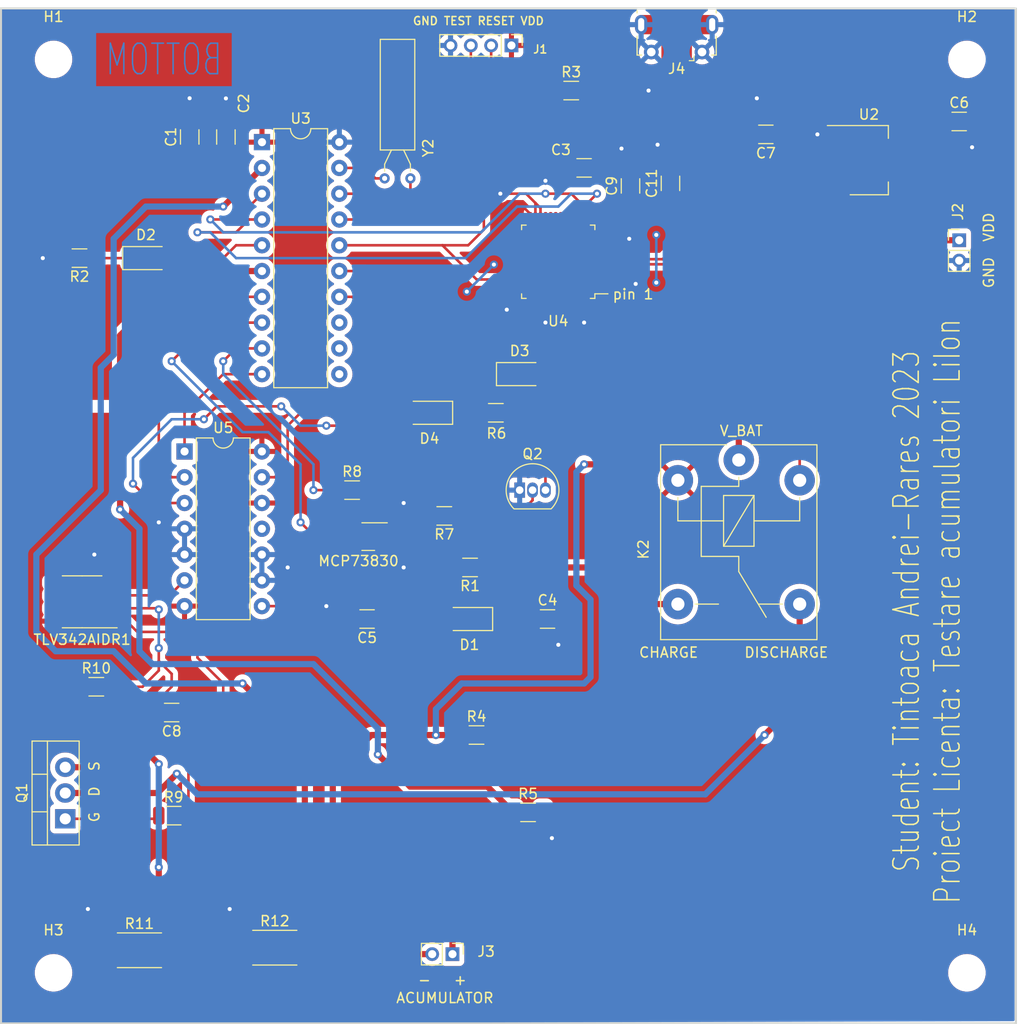
<source format=kicad_pcb>
(kicad_pcb (version 20221018) (generator pcbnew)
  (layers (0 "F.Cu" signal) (31 "B.Cu" signal) (34 "B.Paste" user) (35 "F.Paste" user) (36 "B.SilkS" user "B.Silkscreen") (37 "F.SilkS" user "F.Silkscreen") (38 "B.Mask" user) (39 "F.Mask" user) (44 "Edge.Cuts" user))
  (net 0 "")
  (net 1 "+3.3V")
  (net 2 "GND")
  (net 3 "/RESET")
  (net 4 "/CHARGE")
  (net 5 "+5V")
  (net 6 "Net-(TLV342AIDR1-1OUT)")
  (net 7 "Net-(TLV342AIDR1-1IN-)")
  (net 8 "Net-(D1-K)")
  (net 9 "Net-(D2-K)")
  (net 10 "/PW_LED")
  (net 11 "Net-(D3-A)")
  (net 12 "Net-(D4-K)")
  (net 13 "/TEST")
  (net 14 "/V_BAT")
  (net 15 "/ADC_I")
  (net 17 "/D-")
  (net 18 "/D+")
  (net 20 "/DISCHARGE")
  (net 21 "/STAT")
  (net 22 "/CHARGE_DIS")
  (net 23 "/PROG")
  (net 24 "Net-(Q1-G)")
  (net 25 "Net-(Q1-S)")
  (net 26 "Net-(Q2-B)")
  (net 27 "/ADC_V")
  (net 28 "/CHANGE_STATE")
  (net 29 "/P1W")
  (net 33 "/SCLK")
  (net 34 "/MOSI")
  (net 35 "/MISO")
  (net 36 "/CS_N")
  (net 38 "/RX")
  (net 39 "/TX")
  (net 43 "Net-(U3-P2.7{slash}XOUT)")
  (net 44 "Net-(U3-P2.6{slash}XIN{slash}TA0.1)")
  (footprint "Connector_PinHeader_2.00mm:PinHeader_1x02_P2.00mm_Vertical" (layer "F.Cu") (at 195.31 137.16 -90)
    (fp_text reference "J3")
    (fp_text value "ACUMULATOR")
  )
  (footprint "Package_TO_SOT_SMD:SOT-223-3_TabPin2" (layer "F.Cu") (at 236.347 58.928)
    (fp_text reference "U2")
    (fp_text value "AP1117-33")
  )
  (footprint "Resistor_SMD:R_1206_3216Metric" (layer "F.Cu") (at 202.7575 123.19)
    (fp_text reference "R5")
    (fp_text value "1k")
  )
  (footprint "Connector_PinHeader_2.00mm:PinHeader_1x04_P2.00mm_Vertical" (layer "F.Cu") (at 201.12 47.625 -90)
    (fp_text reference "J1")
    (fp_text value "Conn_01x04")
  )
  (footprint "Connector_USB:USB_Micro-B_Molex-105017-0001" (layer "F.Cu") (at 217.3986 46.8122 180)
    (fp_text reference "J4")
    (fp_text value "USB_B_Micro")
  )
  (footprint "Resistor_SMD:R_1206_3216Metric" (layer "F.Cu") (at 194.5025 93.98 180)
    (fp_text reference "R7")
    (fp_text value "10k")
  )
  (footprint "Package_DIP:DIP-14_W7.62mm" (layer "F.Cu") (at 168.91 87.63)
    (fp_text reference "U5")
    (fp_text value "MCP4251-xxxx-P")
  )
  (footprint "Package_SO:SOIC-8-1EP_3.9x4.9mm_P1.27mm_EP2.29x3mm" (layer "F.Cu") (at 158.815 102.445 180)
    (fp_text reference "TLV342AIDR1")
    (fp_text value "~")
  )
  (footprint "MountingHole:MountingHole_3.2mm_M3" (layer "F.Cu") (at 156 49)
    (fp_text reference "H1")
    (fp_text value "MountingHole")
  )
  (footprint "Capacitor_SMD:C_1206_3216Metric" (layer "F.Cu") (at 204.675 104.14)
    (fp_text reference "C4")
    (fp_text value "1u")
  )
  (footprint "Capacitor_SMD:C_1206_3216Metric" (layer "F.Cu") (at 226.187 56.388 180)
    (fp_text reference "C7")
    (fp_text value "10u")
  )
  (footprint "Resistor_SMD:R_1206_3216Metric" (layer "F.Cu") (at 207.01 52.07)
    (fp_text reference "R3")
    (fp_text value "100k")
  )
  (footprint "MountingHole:MountingHole_3.2mm_M3" (layer "F.Cu") (at 246 139)
    (fp_text reference "H4")
    (fp_text value "MountingHole")
  )
  (footprint "Connector_PinHeader_2.00mm:PinHeader_1x02_P2.00mm_Vertical" (layer "F.Cu") (at 245.237 66.818)
    (fp_text reference "J2")
    (fp_text value "Conn_01x02")
  )
  (footprint "Capacitor_SMD:C_1206_3216Metric" (layer "F.Cu") (at 212.852 61.468 90)
    (fp_text reference "C9")
    (fp_text value "10u")
  )
  (footprint "Resistor_SMD:R_2512_6332Metric" (layer "F.Cu") (at 177.8 136.525)
    (fp_text reference "R12")
    (fp_text value "1")
  )
  (footprint "Capacitor_SMD:C_1206_3216Metric" (layer "F.Cu") (at 208.28 59.69 180)
    (fp_text reference "C3")
    (fp_text value "1n")
  )
  (footprint "Resistor_SMD:R_1206_3216Metric" (layer "F.Cu") (at 160.2125 110.815)
    (fp_text reference "R10")
    (fp_text value "1k")
  )
  (footprint "MountingHole:MountingHole_3.2mm_M3" (layer "F.Cu") (at 156 139)
    (fp_text reference "H3")
    (fp_text value "MountingHole")
  )
  (footprint "Package_TO_SOT_THT:TO-220-3_Vertical" (layer "F.Cu") (at 157.155 123.825 90)
    (fp_text reference "Q1")
    (fp_text value "IRLB8314")
  )
  (footprint "Capacitor_SMD:C_1206_3216Metric" (layer "F.Cu") (at 169.418 56.642 90)
    (fp_text reference "C1")
    (fp_text value "10u")
  )
  (footprint "Package_DFN_QFN:TDFN-6-1EP_2.5x2.5mm_P0.65mm_EP1.3x2mm" (layer "F.Cu") (at 187.635 96.02 180)
    (fp_text reference "MCP73830")
    (fp_text value "~")
  )
  (footprint "Package_TO_SOT_THT:TO-92_Inline" (layer "F.Cu") (at 201.93 91.44)
    (fp_text reference "Q2")
    (fp_text value "2N3904" hide)
  )
  (footprint "Resistor_SMD:R_2512_6332Metric" (layer "F.Cu") (at 164.465 136.779)
    (fp_text reference "R11")
    (fp_text value "1")
  )
  (footprint "Resistor_SMD:R_1206_3216Metric" (layer "F.Cu") (at 167.8325 123.515)
    (fp_text reference "R9")
    (fp_text value "100")
  )
  (footprint "Crystal:Crystal_AT310_D3.0mm_L10.0mm_Horizontal" (layer "F.Cu") (at 191.165 60.725 180)
    (fp_text reference "Y2")
    (fp_text value "32.768KHZ")
  )
  (footprint "Package_QFP:LQFP-48_7x7mm_P0.5mm" (layer "F.Cu") (at 205.73 68.9375 180)
    (fp_text reference "U4")
    (fp_text value "FT232H")
  )
  (footprint "Capacitor_SMD:C_1206_3216Metric" (layer "F.Cu") (at 245.237 55.118)
    (fp_text reference "C6")
    (fp_text value "10u")
  )
  (footprint "Diode_SMD:D_1206_3216Metric" (layer "F.Cu") (at 201.93 80.01)
    (fp_text reference "D3")
    (fp_text value "1N4004" hide)
  )
  (footprint "Resistor_SMD:R_1206_3216Metric" (layer "F.Cu") (at 197.0425 99.06 180)
    (fp_text reference "R1")
    (fp_text value "1k")
  )
  (footprint "Capacitor_SMD:C_1206_3216Metric" (layer "F.Cu") (at 186.895 104.14 180)
    (fp_text reference "C5")
    (fp_text value "1u")
  )
  (footprint "LED_SMD:LED_1206_3216Metric" (layer "F.Cu") (at 196.98 104.14 180)
    (fp_text reference "D1")
    (fp_text value "LED")
  )
  (footprint "Capacitor_SMD:C_1206_3216Metric" (layer "F.Cu") (at 167.64 113.355 180)
    (fp_text reference "C8")
    (fp_text value "2.7n")
  )
  (footprint "Package_DIP:DIP-20_W7.62mm" (layer "F.Cu") (at 176.54 57.155)
    (fp_text reference "U3")
    (fp_text value "MSP430G2253IN20")
  )
  (footprint "LED_SMD:LED_1206_3216Metric" (layer "F.Cu") (at 193.04 83.82 180)
    (fp_text reference "D4")
    (fp_text value "LED")
  )
  (footprint "MountingHole:MountingHole_3.2mm_M3" (layer "F.Cu") (at 246 49)
    (fp_text reference "H2")
    (fp_text value "MountingHole")
  )
  (footprint "Resistor_SMD:R_1206_3216Metric" (layer "F.Cu") (at 197.6775 115.57)
    (fp_text reference "R4")
    (fp_text value "1k")
  )
  (footprint "Capacitor_SMD:C_1206_3216Metric" (layer "F.Cu") (at 216.789 61.214 90)
    (fp_text reference "C11")
    (fp_text value "100n")
  )
  (footprint "LED_SMD:LED_1206_3216Metric" (layer "F.Cu") (at 165.1 68.58)
    (fp_text reference "D2")
    (fp_text value "LED")
  )
  (footprint "Resistor_SMD:R_1206_3216Metric" (layer "F.Cu") (at 199.5825 83.82)
    (fp_text reference "R6")
    (fp_text value "1k")
  )
  (footprint "Resistor_SMD:R_1206_3216Metric" (layer "F.Cu") (at 158.5575 68.58 180)
    (fp_text reference "R2")
    (fp_text value "1k")
  )
  (footprint "Resistor_SMD:R_1206_3216Metric" (layer "F.Cu") (at 185.42 91.44)
    (fp_text reference "R8")
    (fp_text value "2k")
  )
  (footprint "Relay_THT:Relay_SPDT_Finder_36.11" (layer "F.Cu") (at 223.52 88.47 -90)
    (fp_text reference "K2")
    (fp_text value "FINDER-36.11")
  )
  (footprint "Capacitor_SMD:C_1206_3216Metric" (layer "F.Cu") (at 172.984 56.647 90)
    (fp_text reference "C2")
    (fp_text value "100n")
  )
  (gr_rect (start 150.825 43.98) (end 250.825 143.98) (stroke (width 0.2)) (fill none) (layer "Edge.Cuts"))
  (gr_text "TOP" (at 228.092 139.192) (layer "F.Cu") (effects (font (size 3 2))))
  (gr_text "BOTTOM" (at 166.878 49.022) (layer "B.Cu") (effects (font (size 3 2)) (justify mirror)))
  (gr_text "GND  VDD" (at 248.158 67.818 90) (layer "F.SilkS") (effects (font (size 1 1))))
  (gr_text "ACUMULATOR" (at 194.564 141.478) (layer "F.SilkS") (effects (font (size 1 1))))
  (gr_text "V_BAT" (at 223.774 85.598) (layer "F.SilkS") (effects (font (size 1 1))))
  (gr_text "GND TEST RESET VDD" (at 197.866 45.212) (layer "F.SilkS") (effects (font (size 0.8 0.8))))
  (gr_text "-   +" (at 194.31 139.7) (layer "F.SilkS") (effects (font (size 1 1))))
  (gr_text "CHARGE      DISCHARGE" (at 223.012 107.442) (layer "F.SilkS") (effects (font (size 1 1))))
  (gr_text "G  D  S" (at 160.02 121.158 90) (layer "F.SilkS") (effects (font (size 1 1))))
  (gr_text "Student: Tintoaca Andrei-Rares 2023\nProiect Licenta: Testare acumulatori LiIon" (at 242.062 103.378 90) (layer "F.SilkS") (effects (font (size 2.5 1.8))))
  (gr_text "pin 1" (at 213.106 72.136) (layer "F.SilkS") (effects (font (size 1 1))))
  (segment (start 201.93 63.5) (end 202.2475 63.5) (width 0.254) (layer "F.Cu") (net 1))
  (segment (start 243.762 57.863) (end 243.762 55.118) (width 0.6096) (layer "F.Cu") (net 1))
  (segment (start 213.4985 68.1875) (end 209.8925 68.1875) (width 0.254) (layer "F.Cu") (net 1))
  (segment (start 210.8955 70.6875) (end 212.725 72.517) (width 0.254) (layer "F.Cu") (net 1))
  (segment (start 209.55 76.835) (end 208.915 76.835) (width 0.254) (layer "F.Cu") (net 1))
  (segment (start 212.725 73.66) (end 215.392 70.993) (width 0.254) (layer "F.Cu") (net 1))
  (segment (start 242.697 58.928) (end 243.762 57.863) (width 0.6096) (layer "F.Cu") (net 1))
  (segment (start 211.1805 66.1875) (end 212.852 64.516) (width 0.254) (layer "F.Cu") (net 1))
  (segment (start 199.39 66.04) (end 201.93 63.5) (width 0.254) (layer "F.Cu") (net 1))
  (segment (start 215.392 66.294) (end 213.4985 68.1875) (width 0.254) (layer "F.Cu") (net 1))
  (segment (start 209.8925 66.1875) (end 211.1805 66.1875) (width 0.254) (layer "F.Cu") (net 1))
  (segment (start 207.48 74.46) (end 207.01 74.93) (width 0.254) (layer "F.Cu") (net 1))
  (segment (start 199.39 69.215) (end 199.39 66.04) (width 0.254) (layer "F.Cu") (net 1))
  (segment (start 202.975 64.2275) (end 202.975 64.77) (width 0.254) (layer "F.Cu") (net 1))
  (segment (start 212.725 73.66) (end 209.55 76.835) (width 0.254) (layer "F.Cu") (net 1))
  (segment (start 208.915 76.835) (end 207.645 76.835) (width 0.254) (layer "F.Cu") (net 1))
  (segment (start 207.01 76.2) (end 207.01 74.93) (width 0.254) (layer "F.Cu") (net 1))
  (segment (start 207.645 76.835) (end 207.01 76.2) (width 0.254) (layer "F.Cu") (net 1))
  (segment (start 207.48 73.1) (end 207.48 74.46) (width 0.254) (layer "F.Cu") (net 1))
  (segment (start 239.497 58.928) (end 242.697 58.928) (width 0.6096) (layer "F.Cu") (net 1))
  (segment (start 212.725 72.517) (end 212.725 73.66) (width 0.254) (layer "F.Cu") (net 1))
  (segment (start 202.2475 63.5) (end 202.975 64.2275) (width 0.254) (layer "F.Cu") (net 1))
  (segment (start 209.8925 70.6875) (end 210.8955 70.6875) (width 0.254) (layer "F.Cu") (net 1))
  (via (at 215.392 70.993) (size 0.8) (drill 0.4) (layers "F.Cu" "B.Cu") (net 1))
  (via (at 196.723 71.882) (size 0.8) (drill 0.4) (layers "F.Cu" "B.Cu") (net 1))
  (via (at 215.392 66.294) (size 0.8) (drill 0.4) (layers "F.Cu" "B.Cu") (net 1))
  (via (at 199.39 69.215) (size 0.8) (drill 0.4) (layers "F.Cu" "B.Cu") (net 1))
  (segment (start 199.39 69.215) (end 197.485 71.12) (width 0.254) (layer "B.Cu") (net 1))
  (segment (start 215.392 70.993) (end 215.392 66.294) (width 0.254) (layer "B.Cu") (net 1))
  (segment (start 197.485 71.12) (end 196.723 71.882) (width 0.254) (layer "B.Cu") (net 1))
  (segment (start 203.48 63.145) (end 202.565 62.23) (width 0.254) (layer "F.Cu") (net 2))
  (segment (start 216.14 48.166) (end 216.14 50.56) (width 0.254) (layer "F.Cu") (net 2))
  (segment (start 224.712 53.418) (end 225.298 52.832) (width 0.6096) (layer "F.Cu") (net 2))
  (segment (start 157.095 68.58) (end 154.94 68.58) (width 0.254) (layer "F.Cu") (net 2))
  (segment (start 204.22 123.19) (end 204.22 124.845) (width 0.6096) (layer "F.Cu") (net 2))
  (segment (start 216.789 59.739) (end 216.789 58.674) (width 0.254) (layer "F.Cu") (net 2))
  (segment (start 201.5675 71.1875) (end 201.5675 71.6875) (width 0.254) (layer "F.Cu") (net 2))
  (segment (start 204.98 73.1) (end 204.98 74.42) (width 0.254) (layer "F.Cu") (net 2))
  (segment (start 168.91 95.25) (end 168.91 97.79) (width 0.254) (layer "F.Cu") (net 2))
  (segment (start 218.3986 45.5747) (end 216.3986 45.5747) (width 0.254) (layer "F.Cu") (net 2))
  (segment (start 224.712 56.388) (end 224.712 53.418) (width 0.6096) (layer "F.Cu") (net 2))
  (segment (start 204.22 124.845) (end 205.105 125.73) (width 0.6096) (layer "F.Cu") (net 2))
  (segment (start 208.48 73.1) (end 207.98 73.1) (width 0.254) (layer "F.Cu") (net 2))
  (segment (start 201.5675 71.6875) (end 200.66 72.595) (width 0.254) (layer "F.Cu") (net 2))
  (segment (start 207.98 73.1) (end 207.98 74.63) (width 0.254) (layer "F.Cu") (net 2))
  (segment (start 209.8925 66.6875) (end 209.8925 67.1875) (width 0.254) (layer "F.Cu") (net 2))
  (segment (start 168.91 95.25) (end 167.005 95.25) (width 0.254) (layer "F.Cu") (net 2))
  (segment (start 206.15 106.27) (end 205.74 106.68) (width 0.6096) (layer "F.Cu") (net 2))
  (segment (start 231.507 56.628) (end 231.267 56.388) (width 0.254) (layer "F.Cu") (net 2))
  (segment (start 167.005 95.25) (end 166.37 94.615) (width 0.254) (layer "F.Cu") (net 2))
  (segment (start 176.53 97.79) (end 176.53 100.33) (width 0.254) (layer "F.Cu") (net 2))
  (segment (start 174.8375 136.525) (end 174.8375 134.1975) (width 0.6096) (layer "F.Cu") (net 2))
  (segment (start 216.789 58.674) (end 215.519 57.404) (width 0.254) (layer "F.Cu") (net 2))
  (segment (start 176.53 100.33) (end 177.8 100.33) (width 0.254) (layer "F.Cu") (net 2))
  (segment (start 191.77 93.98) (end 190.5 92.71) (width 0.254) (layer "F.Cu") (net 2))
  (segment (start 205.74 59.69) (end 204.47 60.96) (width 0.254) (layer "F.Cu") (net 2))
  (segment (start 203.98 63.645) (end 203.48 63.145) (width 0.254) (layer "F.Cu") (net 2))
  (segment (start 177.8 100.33) (end 179.07 99.06) (width 0.254) (layer "F.Cu") (net 2))
  (segment (start 246.712 57.453) (end 246.507 57.658) (width 0.6096) (layer "F.Cu") (net 2))
  (segment (start 206.15 104.14) (end 206.15 106.27) (width 0.6096) (layer "F.Cu") (net 2))
  (segment (start 246.712 55.118) (end 246.712 57.453) (width 0.6096) (layer "F.Cu") (net 2))
  (segment (start 206.805 59.69) (end 205.74 59.69) (width 0.254) (layer "F.Cu") (net 2))
  (segment (start 174.8375 134.1975) (end 173.355 132.715) (width 0.6096) (layer "F.Cu") (net 2))
  (segment (start 190.5 98.285) (end 190.5 99.06) (width 0.254) (layer "F.Cu") (net 2))
  (segment (start 209.8925 67.6875) (end 209.8925 67.1875) (width 0.254) (layer "F.Cu") (net 2))
  (segment (start 205.48 73.1) (end 204.98 73.1) (width 0.254) (layer "F.Cu") (net 2))
  (segment (start 212.852 58.674) (end 211.963 57.785) (width 0.254) (layer "F.Cu") (net 2))
  (segment (start 172.984 55.172) (end 172.984 52.842) (width 0.254) (layer "F.Cu") (net 2))
  (segment (start 209.8925 67.1875) (end 212.2125 67.1875) (width 0.254) (layer "F.Cu") (net 2))
  (segment (start 204.98 74.42) (end 204.47 74.93) (width 0.254) (layer "F.Cu") (net 2))
  (segment (start 193.04 93.98) (end 191.77 93.98) (width 0.254) (layer "F.Cu") (net 2))
  (segment (start 233.197 56.628) (end 231.507 56.628) (width 0.254) (layer "F.Cu") (net 2))
  (segment (start 188.885 96.67) (end 190.5 98.285) (width 0.254) (layer "F.Cu") (net 2))
  (segment (start 212.2125 67.1875) (end 212.725 66.675) (width 0.254) (layer "F.Cu") (net 2))
  (segment (start 161.29 100.54) (end 161.29 99.06) (width 0.254) (layer "F.Cu") (net 2))
  (segment (start 212.852 59.993) (end 212.852 58.674) (width 0.254) (layer "F.Cu") (net 2))
  (segment (start 161.29 99.06) (end 160.02 97.79) (width 0.254) (layer "F.Cu") (net 2))
  (segment (start 202.565 62.23) (end 200.025 62.23) (width 0.254) (layer "F.Cu") (net 2))
  (segment (start 159.385 134.6615) (end 159.385 132.715) (width 0.6096) (layer "F.Cu") (net 2))
  (segment (start 185.42 104.14) (end 184.15 104.14) (width 0.254) (layer "F.Cu") (net 2))
  (segment (start 203.48 64.775) (end 203.48 63.145) (width 0.254) (layer "F.Cu") (net 2))
  (segment (start 216.14 50.56) (end 214.63 52.07) (width 0.254) (layer "F.Cu") (net 2))
  (segment (start 169.418 55.167) (end 169.418 52.837) (width 0.254) (layer "F.Cu") (net 2))
  (segment (start 207.98 74.63) (end 208.28 74.93) (width 0.254) (layer "F.Cu") (net 2))
  (segment (start 218.3986 45.5747) (end 220.2986 45.5747) (width 0.254) (layer "F.Cu") (net 2))
  (segment (start 203.98 64.775) (end 203.98 63.645) (width 0.254) (layer "F.Cu") (net 2))
  (segment (start 161.5025 136.779) (end 159.385 134.6615) (width 0.6096) (layer "F.Cu") (net 2))
  (segment (start 212.4275 70.1875) (end 209.8925 70.1875) (width 0.254) (layer "F.Cu") (net 2))
  (segment (start 213.36 71.12) (end 212.4275 70.1875) (width 0.254) (layer "F.Cu") (net 2))
  (segment (start 214.4986 45.5747) (end 216.3986 45.5747) (width 0.254) (layer "F.Cu") (net 2))
  (segment (start 200.66 72.595) (end 200.66 73.66) (width 0.254) (layer "F.Cu") (net 2))
  (segment (start 184.15 104.14) (end 182.88 102.87) (width 0.254) (layer "F.Cu") (net 2))
  (via (at 159.385 132.715) (size 0.8) (drill 0.4) (layers "F.Cu" "B.Cu") (net 2))
  (via (at 225.298 52.832) (size 0.8) (drill 0.4) (layers "F.Cu" "B.Cu") (net 2))
  (via (at 172.984 52.842) (size 0.8) (drill 0.4) (layers "F.Cu" "B.Cu") (net 2))
  (via (at 169.408 52.827) (size 0.8) (drill 0.4) (layers "F.Cu" "B.Cu") (net 2))
  (via (at 204.47 74.93) (size 0.8) (drill 0.4) (layers "F.Cu" "B.Cu") (net 2))
  (via (at 182.88 102.87) (size 0.8) (drill 0.4) (layers "F.Cu" "B.Cu") (net 2))
  (via (at 200.66 73.66) (size 0.8) (drill 0.4) (layers "F.Cu" "B.Cu") (net 2))
  (via (at 215.519 57.404) (size 0.8) (drill 0.4) (layers "F.Cu" "B.Cu") (net 2))
  (via (at 211.963 57.785) (size 0.8) (drill 0.4) (layers "F.Cu" "B.Cu") (net 2))
  (via (at 204.47 60.96) (size 0.8) (drill 0.4) (layers "F.Cu" "B.Cu") (net 2))
  (via (at 166.37 94.615) (size 0.8) (drill 0.4) (layers "F.Cu" "B.Cu") (net 2))
  (via (at 190.5 99.06) (size 0.8) (drill 0.4) (layers "F.Cu" "B.Cu") (net 2))
  (via (at 212.725 66.675) (size 0.8) (drill 0.4) (layers "F.Cu" "B.Cu") (net 2))
  (via (at 231.267 56.388) (size 0.8) (drill 0.4) (layers "F.Cu" "B.Cu") (net 2))
  (via (at 205.74 106.68) (size 0.8) (drill 0.4) (layers "F.Cu" "B.Cu") (net 2))
  (via (at 160.02 97.79) (size 0.8) (drill 0.4) (layers "F.Cu" "B.Cu") (net 2))
  (via (at 190.5 92.71) (size 0.8) (drill 0.4) (layers "F.Cu" "B.Cu") (net 2))
  (via (at 173.355 132.715) (size 0.8) (drill 0.4) (layers "F.Cu" "B.Cu") (net 2))
  (via (at 200.025 62.23) (size 0.8) (drill 0.4) (layers "F.Cu" "B.Cu") (net 2))
  (via (at 246.507 57.658) (size 0.8) (drill 0.4) (layers "F.Cu" "B.Cu") (net 2))
  (via (at 154.94 68.58) (size 0.8) (drill 0.4) (layers "F.Cu" "B.Cu") (net 2))
  (via (at 179.07 99.06) (size 0.8) (drill 0.4) (layers "F.Cu" "B.Cu") (net 2))
  (via (at 213.36 71.12) (size 0.8) (drill 0.4) (layers "F.Cu" "B.Cu") (net 2))
  (via (at 208.28 74.93) (size 0.8) (drill 0.4) (layers "F.Cu" "B.Cu") (net 2))
  (via (at 205.105 125.73) (size 0.8) (drill 0.4) (layers "F.Cu" "B.Cu") (net 2))
  (via (at 214.63 52.07) (size 0.8) (drill 0.4) (layers "F.Cu" "B.Cu") (net 2))
  (segment (start 197.6925 70.6875) (end 201.5675 70.6875) (width 0.254) (layer "F.Cu") (net 3))
  (segment (start 198.4 65.775) (end 196.86 67.315) (width 0.254) (layer "F.Cu") (net 3))
  (segment (start 201.93 60.96) (end 204.47 58.42) (width 0.254) (layer "F.Cu") (net 3))
  (segment (start 198.4 62.23) (end 198.4 65.775) (width 0.254) (layer "F.Cu") (net 3))
  (segment (start 194.32 67.315) (end 197.6925 70.6875) (width 0.254) (layer "F.Cu") (net 3))
  (segment (start 207.01 55.88) (end 208.28 54.61) (width 0.254) (layer "F.Cu") (net 3))
  (segment (start 208.28 52.2625) (end 208.4725 52.07) (width 0.254) (layer "F.Cu") (net 3))
  (segment (start 196.86 67.315) (end 194.32 67.315) (width 0.254) (layer "F.Cu") (net 3))
  (segment (start 204.47 58.42) (end 204.47 57.15) (width 0.254) (layer "F.Cu") (net 3))
  (segment (start 209.755 58.625) (end 209.755 59.69) (width 0.254) (layer "F.Cu") (net 3))
  (segment (start 205.74 55.88) (end 207.01 57.15) (width 0.254) (layer "F.Cu") (net 3))
  (segment (start 204.47 57.15) (end 205.74 55.88) (width 0.254) (layer "F.Cu") (net 3))
  (segment (start 208.28 54.61) (end 208.28 52.2625) (width 0.254) (layer "F.Cu") (net 3))
  (segment (start 205.74 55.88) (end 207.01 55.88) (width 0.254) (layer "F.Cu") (net 3))
  (segment (start 194.32 67.315) (end 184.16 67.315) (width 0.254) (layer "F.Cu") (net 3))
  (segment (start 198.4 62.23) (end 199.67 60.96) (width 0.254) (layer "F.Cu") (net 3))
  (segment (start 207.01 57.15) (end 208.28 57.15) (width 0.254) (layer "F.Cu") (net 3))
  (segment (start 199.12 51.8) (end 204.47 57.15) (width 0.254) (layer "F.Cu") (net 3))
  (segment (start 199.67 60.96) (end 201.93 60.96) (width 0.254) (layer "F.Cu") (net 3))
  (segment (start 208.28 57.15) (end 209.755 58.625) (width 0.254) (layer "F.Cu") (net 3))
  (segment (start 199.12 47.625) (end 199.12 51.8) (width 0.254) (layer "F.Cu") (net 3))
  (segment (start 203.2 99.06) (end 200.66 96.52) (width 0.6096) (layer "F.Cu") (net 4))
  (segment (start 205.74 99.06) (end 210.185 99.06) (width 0.6096) (layer "F.Cu") (net 4))
  (segment (start 217.52 102.67) (end 213.922 102.67) (width 0.6096) (layer "F.Cu") (net 4))
  (segment (start 203.2 101.6) (end 205.74 99.06) (width 0.6096) (layer "F.Cu") (net 4))
  (segment (start 200.66 96.52) (end 191.77 96.52) (width 0.6096) (layer "F.Cu") (net 4))
  (segment (start 190.5 95.25) (end 189.005 95.25) (width 0.6096) (layer "F.Cu") (net 4))
  (segment (start 203.2 104.14) (end 203.2 101.6) (width 0.6096) (layer "F.Cu") (net 4))
  (segment (start 191.77 96.52) (end 190.5 95.25) (width 0.6096) (layer "F.Cu") (net 4))
  (segment (start 205.74 99.06) (end 203.2 99.06) (width 0.6096) (layer "F.Cu") (net 4))
  (segment (start 210.312 99.06) (end 210.185 99.06) (width 0.6096) (layer "F.Cu") (net 4))
  (segment (start 213.922 102.67) (end 210.312 99.06) (width 0.6096) (layer "F.Cu") (net 4))
  (segment (start 232.807 66.818) (end 236.617 66.818) (width 0.6096) (layer "F.Cu") (net 5))
  (segment (start 231.027 61.228) (end 233.197 61.228) (width 0.6096) (layer "F.Cu") (net 5))
  (segment (start 245.237 66.818) (end 240.522 66.818) (width 0.6096) (layer "F.Cu") (net 5))
  (segment (start 240.522 66.818) (end 237.617 69.723) (width 0.6096) (layer "F.Cu") (net 5))
  (segment (start 227.662 56.388) (end 228.727 57.453) (width 0.6096) (layer "F.Cu") (net 5))
  (segment (start 228.727 57.453) (end 228.727 58.928) (width 0.6096) (layer "F.Cu") (net 5))
  (segment (start 236.617 66.818) (end 237.617 67.818) (width 0.6096) (layer "F.Cu") (net 5))
  (segment (start 186.385 95.37) (end 184.995 93.98) (width 0.254) (layer "F.Cu") (net 5))
  (segment (start 228.727 58.928) (end 231.027 61.228) (width 0.6096) (layer "F.Cu") (net 5))
  (segment (start 237.617 67.818) (end 237.617 76.708) (width 0.6096) (layer "F.Cu") (net 5))
  (segment (start 229.997 64.008) (end 232.807 66.818) (width 0.6096) (layer "F.Cu") (net 5))
  (segment (start 229.997 62.258) (end 229.997 64.008) (width 0.6096) (layer "F.Cu") (net 5))
  (segment (start 184.995 93.98) (end 184.785 93.98) (width 0.254) (layer "F.Cu") (net 5))
  (segment (start 231.027 61.228) (end 229.997 62.258) (width 0.6096) (layer "F.Cu") (net 5))
  (segment (start 168.91 118.435) (end 168.91 113.56) (width 0.254) (layer "F.Cu") (net 6))
  (segment (start 164.255 105.41) (end 163.195 104.35) (width 0.254) (layer "F.Cu") (net 6))
  (segment (start 168.91 105.41) (end 164.255 105.41) (width 0.254) (layer "F.Cu") (net 6))
  (segment (start 170.18 106.68) (end 168.91 105.41) (width 0.254) (layer "F.Cu") (net 6))
  (segment (start 168.91 118.435) (end 172.72 114.625) (width 0.254) (layer "F.Cu") (net 6))
  (segment (start 168.91 113.56) (end 169.115 113.355) (width 0.254) (layer "F.Cu") (net 6))
  (segment (start 168.91 118.435) (end 169.295 118.82) (width 0.254) (layer "F.Cu") (net 6))
  (segment (start 170.18 107.95) (end 170.18 106.68) (width 0.254) (layer "F.Cu") (net 6))
  (segment (start 163.195 104.35) (end 161.29 104.35) (width 0.254) (layer "F.Cu") (net 6))
  (segment (start 172.72 110.49) (end 170.18 107.95) (width 0.254) (layer "F.Cu") (net 6))
  (segment (start 172.72 114.625) (end 172.72 110.49) (width 0.254) (layer "F.Cu") (net 6))
  (segment (start 169.295 118.82) (end 169.295 123.515) (width 0.254) (layer "F.Cu") (net 6))
  (segment (start 166.255 103.08) (end 166.37 103.195) (width 0.254) (layer "F.Cu") (net 7))
  (segment (start 166.37 108.275) (end 167.64 109.545) (width 0.254) (layer "F.Cu") (net 7))
  (segment (start 166.37 109.22) (end 166.37 108.275) (width 0.254) (layer "F.Cu") (net 7))
  (segment (start 164.775 110.815) (end 166.37 109.22) (width 0.254) (layer "F.Cu") (net 7))
  (segment (start 161.675 110.815) (end 164.775 110.815) (width 0.254) (layer "F.Cu") (net 7))
  (segment (start 161.29 103.08) (end 166.255 103.08) (width 0.254) (layer "F.Cu") (net 7))
  (segment (start 166.37 108.275) (end 166.37 107.005) (width 0.254) (layer "F.Cu") (net 7))
  (segment (start 166.165 112.29) (end 166.165 113.355) (width 0.254) (layer "F.Cu") (net 7))
  (segment (start 167.64 110.815) (end 166.165 112.29) (width 0.254) (layer "F.Cu") (net 7))
  (segment (start 167.64 109.545) (end 167.64 110.815) (width 0.254) (layer "F.Cu") (net 7))
  (via (at 166.37 103.195) (size 0.8) (drill 0.4) (layers "F.Cu" "B.Cu") (net 7))
  (via (at 166.37 107.005) (size 0.8) (drill 0.4) (layers "F.Cu" "B.Cu") (net 7))
  (segment (start 166.37 107.005) (end 166.37 103.195) (width 0.254) (layer "B.Cu") (net 7))
  (segment (start 198.38 99.185) (end 198.38 104.14) (width 0.254) (layer "F.Cu") (net 8))
  (segment (start 198.505 99.06) (end 198.38 99.185) (width 0.254) (layer "F.Cu") (net 8))
  (segment (start 160.02 68.58) (end 163.7 68.58) (width 0.254) (layer "F.Cu") (net 9))
  (segment (start 172.72 68.58) (end 166.5 68.58) (width 0.254) (layer "F.Cu") (net 10))
  (segment (start 173.985 67.315) (end 172.72 68.58) (width 0.254) (layer "F.Cu") (net 10))
  (segment (start 176.54 67.315) (end 173.985 67.315) (width 0.254) (layer "F.Cu") (net 10))
  (segment (start 196.98 78.61) (end 196.98 78.74) (width 0.254) (layer "F.Cu") (net 11))
  (segment (start 190.5 82.68) (end 187.96 85.22) (width 0.254) (layer "F.Cu") (net 11))
  (segment (start 203.2 76.2) (end 199.39 76.2) (width 0.254) (layer "F.Cu") (net 11))
  (segment (start 203.2 86.36) (end 204.47 87.63) (width 0.254) (layer "F.Cu") (net 11))
  (segment (start 204.47 87.63) (end 204.47 91.44) (width 0.254) (layer "F.Cu") (net 11))
  (segment (start 199.39 76.2) (end 196.98 78.61) (width 0.254) (layer "F.Cu") (net 11))
  (segment (start 200.66 86.36) (end 203.2 86.36) (width 0.254) (layer "F.Cu") (net 11))
  (segment (start 187.96 85.22) (end 187.96 86.36) (width 0.254) (layer "F.Cu") (net 11))
  (segment (start 198.12 88.9) (end 200.66 86.36) (width 0.254) (layer "F.Cu") (net 11))
  (segment (start 224.297 80.025) (end 229.52 85.248) (width 0.254) (layer "F.Cu") (net 11))
  (segment (start 203.33 80.01) (end 207.01 80.01) (width 0.254) (layer "F.Cu") (net 11))
  (segment (start 190.5 81.28) (end 193.04 78.74) (width 0.254) (layer "F.Cu") (net 11))
  (segment (start 207.025 80.025) (end 211.582 80.025) (width 0.254) (layer "F.Cu") (net 11))
  (segment (start 229.52 90.47) (end 229.52 85.248) (width 0.254) (layer "F.Cu") (net 11))
  (segment (start 187.96 86.36) (end 190.5 88.9) (width 0.254) (layer "F.Cu") (net 11))
  (segment (start 207.025 80.025) (end 203.2 76.2) (width 0.254) (layer "F.Cu") (net 11))
  (segment (start 191.64 83.82) (end 190.5 82.68) (width 0.254) (layer "F.Cu") (net 11))
  (segment (start 190.5 88.9) (end 198.12 88.9) (width 0.254) (layer "F.Cu") (net 11))
  (segment (start 211.582 80.025) (end 224.297 80.025) (width 0.254) (layer "F.Cu") (net 11))
  (segment (start 190.5 82.68) (end 190.5 81.28) (width 0.254) (layer "F.Cu") (net 11))
  (segment (start 193.04 78.74) (end 196.98 78.74) (width 0.254) (layer "F.Cu") (net 11))
  (segment (start 194.44 83.82) (end 198.12 83.82) (width 0.254) (layer "F.Cu") (net 12))
  (segment (start 197.12 61.975) (end 197.12 47.625) (width 0.254) (layer "F.Cu") (net 13))
  (segment (start 196.86 62.235) (end 197.12 61.975) (width 0.254) (layer "F.Cu") (net 13))
  (segment (start 184.16 64.775) (end 194.32 64.775) (width 0.254) (layer "F.Cu") (net 13))
  (segment (start 194.32 64.775) (end 196.86 62.235) (width 0.254) (layer "F.Cu") (net 13))
  (segment (start 187.325 131.445) (end 193.04 131.445) (width 0.6096) (layer "F.Cu") (net 14))
  (segment (start 221.615 83.82) (end 217.17 83.82) (width 0.6096) (layer "F.Cu") (net 14))
  (segment (start 212.09 88.9) (end 208.28 88.9) (width 0.6096) (layer "F.Cu") (net 14))
  (segment (start 187.325 115.57) (end 183.515 119.38) (width 0.6096) (layer "F.Cu") (net 14))
  (segment (start 183.515 127.635) (end 187.325 131.445) (width 0.6096) (layer "F.Cu") (net 14))
  (segment (start 193.675 115.57) (end 187.325 115.57) (width 0.6096) (layer "F.Cu") (net 14))
  (segment (start 223.52 85.725) (end 223.52 88.47) (width 0.6096) (layer "F.Cu") (net 14))
  (segment (start 195.31 133.715) (end 195.31 137.16) (width 0.6096) (layer "F.Cu") (net 14))
  (segment (start 223.52 85.725) (end 221.615 83.82) (width 0.6096) (layer "F.Cu") (net 14))
  (segment (start 217.17 83.82) (end 212.09 88.9) (width 0.6096) (layer "F.Cu") (net 14))
  (segment (start 193.675 115.57) (end 196.215 115.57) (width 0.6096) (layer "F.Cu") (net 14))
  (segment (start 183.515 119.38) (end 183.515 127.635) (width 0.6096) (layer "F.Cu") (net 14))
  (segment (start 193.04 131.445) (end 195.31 133.715) (width 0.6096) (layer "F.Cu") (net 14))
  (via (at 208.28 88.9) (size 0.8) (drill 0.4) (layers "F.Cu" "B.Cu") (net 14))
  (via (at 193.675 115.57) (size 0.8) (drill 0.4) (layers "F.Cu" "B.Cu") (net 14))
  (segment (start 207.518 89.662) (end 207.518 100.838) (width 0.6096) (layer "B.Cu") (net 14))
  (segment (start 208.28 110.49) (end 196.215 110.49) (width 0.6096) (layer "B.Cu") (net 14))
  (segment (start 208.915 109.855) (end 208.28 110.49) (width 0.6096) (layer "B.Cu") (net 14))
  (segment (start 208.28 88.9) (end 207.518 89.662) (width 0.6096) (layer "B.Cu") (net 14))
  (segment (start 196.215 110.49) (end 193.675 113.03) (width 0.6096) (layer "B.Cu") (net 14))
  (segment (start 208.915 102.235) (end 208.915 109.855) (width 0.6096) (layer "B.Cu") (net 14))
  (segment (start 193.675 113.03) (end 193.675 115.57) (width 0.6096) (layer "B.Cu") (net 14))
  (segment (start 207.518 100.838) (end 208.915 102.235) (width 0.6096) (layer "B.Cu") (net 14))
  (segment (start 180.7625 132.08) (end 180.7625 132.1215) (width 0.6096) (layer "F.Cu") (net 15))
  (segment (start 180.7625 132.1215) (end 185.801 137.16) (width 0.6096) (layer "F.Cu") (net 15))
  (segment (start 185.801 137.16) (end 193.31 137.16) (width 0.6096) (layer "F.Cu") (net 15))
  (segment (start 180.7625 132.08) (end 180.7625 136.525) (width 0.6096) (layer "F.Cu") (net 15))
  (segment (start 176.54 59.695) (end 172.735 63.5) (width 0.6096) (layer "F.Cu") (net 15))
  (segment (start 180.7625 116.6275) (end 180.7625 132.08) (width 0.6096) (layer "F.Cu") (net 15))
  (segment (start 174.625 110.49) (end 180.7625 116.6275) (width 0.6096) (layer "F.Cu") (net 15))
  (via (at 174.625 110.49) (size 0.8) (drill 0.4) (layers "F.Cu" "B.Cu") (net 15))
  (via (at 172.72 63.5) (size 0.8) (drill 0.4) (layers "F.Cu" "B.Cu") (net 15))
  (segment (start 154.305 97.79) (end 160.655 91.44) (width 0.6096) (layer "B.Cu") (net 15))
  (segment (start 165.1 63.5) (end 172.72 63.5) (width 0.6096) (layer "B.Cu") (net 15))
  (segment (start 161.925 66.675) (end 165.1 63.5) (width 0.6096) (layer "B.Cu") (net 15))
  (segment (start 154.305 105.41) (end 154.305 97.79) (width 0.6096) (layer "B.Cu") (net 15))
  (segment (start 165.1 110.49) (end 161.925 107.315) (width 0.6096) (layer "B.Cu") (net 15))
  (segment (start 156.21 107.315) (end 154.305 105.41) (width 0.6096) (layer "B.Cu") (net 15))
  (segment (start 161.925 107.315) (end 156.21 107.315) (width 0.6096) (layer "B.Cu") (net 15))
  (segment (start 174.625 110.49) (end 165.1 110.49) (width 0.6096) (layer "B.Cu") (net 15))
  (segment (start 161.925 78.105) (end 161.925 66.675) (width 0.6096) (layer "B.Cu") (net 15))
  (segment (start 160.655 91.44) (end 160.655 79.375) (width 0.6096) (layer "B.Cu") (net 15))
  (segment (start 160.655 79.375) (end 161.925 78.105) (width 0.6096) (layer "B.Cu") (net 15))
  (segment (start 220.472 54.356) (end 218.09 51.974) (width 0.254) (layer "F.Cu") (net 17))
  (segment (start 220.472 65.278) (end 220.472 54.356) (width 0.254) (layer "F.Cu") (net 17))
  (segment (start 216.5625 69.1875) (end 220.472 65.278) (width 0.254) (layer "F.Cu") (net 17))
  (segment (start 209.8925 69.1875) (end 216.5625 69.1875) (width 0.254) (layer "F.Cu") (net 17))
  (segment (start 218.09 51.974) (end 218.09 48.166) (width 0.254) (layer "F.Cu") (net 17))
  (segment (start 219.71 64.985) (end 219.71 54.61) (width 0.254) (layer "F.Cu") (net 18))
  (segment (start 216.0075 68.6875) (end 219.71 64.985) (width 0.254) (layer "F.Cu") (net 18))
  (segment (start 217.3986 52.2986) (end 217.3986 48.2747) (width 0.254) (layer "F.Cu") (net 18))
  (segment (start 219.71 54.61) (end 217.3986 52.2986) (width 0.254) (layer "F.Cu") (net 18))
  (segment (start 209.8925 68.6875) (end 216.0075 68.6875) (width 0.254) (layer "F.Cu") (net 18))
  (segment (start 166.243 121.285) (end 157.155 121.285) (width 0.6096) (layer "F.Cu") (net 20))
  (segment (start 229.52 112.11) (end 226.06 115.57) (width 0.6096) (layer "F.Cu") (net 20))
  (segment (start 229.52 102.67) (end 229.52 112.11) (width 0.6096) (layer "F.Cu") (net 20))
  (segment (start 168.148 119.38) (end 166.243 121.285) (width 0.6096) (layer "F.Cu") (net 20))
  (via (at 168.148 119.38) (size 0.8) (drill 0.4) (layers "F.Cu" "B.Cu") (net 20))
  (via (at 226.06 115.57) (size 0.8) (drill 0.4) (layers "F.Cu" "B.Cu") (net 20))
  (segment (start 220.218 121.412) (end 226.06 115.57) (width 0.6096) (layer "B.Cu") (net 20))
  (segment (start 170.18 121.412) (end 220.218 121.412) (width 0.6096) (layer "B.Cu") (net 20))
  (segment (start 168.148 119.38) (end 170.18 121.412) (width 0.6096) (layer "B.Cu") (net 20))
  (segment (start 190 96.02) (end 193.04 99.06) (width 0.254) (layer "F.Cu") (net 21))
  (segment (start 188.885 96.02) (end 190 96.02) (width 0.254) (layer "F.Cu") (net 21))
  (segment (start 193.04 99.06) (end 195.58 99.06) (width 0.254) (layer "F.Cu") (net 21))
  (segment (start 181.745 96.02) (end 180.34 94.615) (width 0.254) (layer "F.Cu") (net 22))
  (segment (start 186.385 96.02) (end 181.745 96.02) (width 0.254) (layer "F.Cu") (net 22))
  (segment (start 167.64 78.74) (end 171.445 74.935) (width 0.254) (layer "F.Cu") (net 22))
  (segment (start 171.445 74.935) (end 176.54 74.935) (width 0.254) (layer "F.Cu") (net 22))
  (via (at 180.34 94.615) (size 0.8) (drill 0.4) (layers "F.Cu" "B.Cu") (net 22))
  (via (at 167.64 78.74) (size 0.8) (drill 0.4) (layers "F.Cu" "B.Cu") (net 22))
  (segment (start 177.165 85.725) (end 180.34 88.9) (width 0.254) (layer "B.Cu") (net 22))
  (segment (start 174.625 85.725) (end 177.165 85.725) (width 0.254) (layer "B.Cu") (net 22))
  (segment (start 167.64 78.74) (end 174.625 85.725) (width 0.254) (layer "B.Cu") (net 22))
  (segment (start 180.34 88.9) (end 180.34 94.615) (width 0.254) (layer "B.Cu") (net 22))
  (segment (start 184.635 96.67) (end 186.385 96.67) (width 0.254) (layer "F.Cu") (net 23))
  (segment (start 178.435 102.87) (end 184.635 96.67) (width 0.254) (layer "F.Cu") (net 23))
  (segment (start 176.53 102.87) (end 178.435 102.87) (width 0.254) (layer "F.Cu") (net 23))
  (segment (start 166.06 123.825) (end 157.155 123.825) (width 0.254) (layer "F.Cu") (net 24))
  (segment (start 166.37 123.515) (end 166.06 123.825) (width 0.254) (layer "F.Cu") (net 24))
  (segment (start 160.02 113.355) (end 158.75 112.085) (width 0.6096) (layer "F.Cu") (net 25))
  (segment (start 158.75 112.085) (end 158.75 110.815) (width 0.6096) (layer "F.Cu") (net 25))
  (segment (start 157.155 118.745) (end 162.25 118.745) (width 0.6096) (layer "F.Cu") (net 25))
  (segment (start 167.4275 131.8675) (end 167.4275 136.779) (width 0.6096) (layer "F.Cu") (net 25))
  (segment (start 162.56 113.355) (end 160.02 113.355) (width 0.6096) (layer "F.Cu") (net 25))
  (segment (start 163.83 115.895) (end 166.37 118.435) (width 0.6096) (layer "F.Cu") (net 25))
  (segment (start 166.37 128.595) (end 166.37 130.81) (width 0.6096) (layer "F.Cu") (net 25))
  (segment (start 166.37 130.81) (end 167.4275 131.8675) (width 0.6096) (layer "F.Cu") (net 25))
  (segment (start 162.25 118.745) (end 163.83 117.165) (width 0.6096) (layer "F.Cu") (net 25))
  (segment (start 163.83 117.165) (end 163.83 115.895) (width 0.6096) (layer "F.Cu") (net 25))
  (segment (start 163.83 115.895) (end 163.83 114.625) (width 0.6096) (layer "F.Cu") (net 25))
  (segment (start 163.83 114.625) (end 162.56 113.355) (width 0.6096) (layer "F.Cu") (net 25))
  (via (at 166.37 128.595) (size 0.8) (drill 0.4) (layers "F.Cu" "B.Cu") (net 25))
  (via (at 166.37 118.435) (size 0.8) (drill 0.4) (layers "F.Cu" "B.Cu") (net 25))
  (segment (start 166.37 118.435) (end 166.37 128.595) (width 0.6096) (layer "B.Cu") (net 25))
  (segment (start 201.66 93.98) (end 200.66 93.98) (width 0.254) (layer "F.Cu") (net 26))
  (segment (start 195.965 93.98) (end 200.66 93.98) (width 0.254) (layer "F.Cu") (net 26))
  (segment (start 203.2 91.44) (end 203.2 92.44) (width 0.254) (layer "F.Cu") (net 26))
  (segment (start 198.12 91.44) (end 186.8825 91.44) (width 0.254) (layer "F.Cu") (net 26))
  (segment (start 200.66 93.98) (end 198.12 91.44) (width 0.254) (layer "F.Cu") (net 26))
  (segment (start 203.2 92.44) (end 201.66 93.98) (width 0.254) (layer "F.Cu") (net 26))
  (segment (start 196.215 120.65) (end 191.135 120.65) (width 0.6096) (layer "F.Cu") (net 27))
  (segment (start 198.755 120.65) (end 201.295 123.19) (width 0.6096) (layer "F.Cu") (net 27))
  (segment (start 168.905 69.855) (end 165.1 73.66) (width 0.6096) (layer "F.Cu") (net 27))
  (segment (start 196.215 120.65) (end 198.755 120.65) (width 0.6096) (layer "F.Cu") (net 27))
  (segment (start 162.56 76.2) (end 165.1 73.66) (width 0.6096) (layer "F.Cu") (net 27))
  (segment (start 191.135 120.65) (end 187.96 117.475) (width 0.6096) (layer "F.Cu") (net 27))
  (segment (start 196.215 120.65) (end 199.14 117.725) (width 0.6096) (layer "F.Cu") (net 27))
  (segment (start 162.56 93.345) (end 162.56 76.2) (width 0.6096) (layer "F.Cu") (net 27))
  (segment (start 199.14 117.725) (end 199.14 115.57) (width 0.6096) (layer "F.Cu") (net 27))
  (segment (start 176.54 69.855) (end 168.905 69.855) (width 0.6096) (layer "F.Cu") (net 27))
  (via (at 162.56 93.345) (size 0.8) (drill 0.4) (layers "F.Cu" "B.Cu") (net 27))
  (via (at 187.96 117.475) (size 0.8) (drill 0.4) (layers "F.Cu" "B.Cu") (net 27))
  (segment (start 164.465 95.25) (end 162.56 93.345) (width 0.6096) (layer "B.Cu") (net 27))
  (segment (start 187.96 114.935) (end 181.61 108.585) (width 0.6096) (layer "B.Cu") (net 27))
  (segment (start 187.96 117.475) (end 187.96 114.935) (width 0.6096) (layer "B.Cu") (net 27))
  (segment (start 181.61 108.585) (end 165.735 108.585) (width 0.6096) (layer "B.Cu") (net 27))
  (segment (start 165.735 108.585) (end 164.465 107.315) (width 0.6096) (layer "B.Cu") (net 27))
  (segment (start 164.465 107.315) (end 164.465 95.25) (width 0.6096) (layer "B.Cu") (net 27))
  (segment (start 172.72 78.74) (end 173.985 77.475) (width 0.254) (layer "F.Cu") (net 28))
  (segment (start 173.985 77.475) (end 176.54 77.475) (width 0.254) (layer "F.Cu") (net 28))
  (segment (start 183.9575 91.44) (end 181.61 91.44) (width 0.254) (layer "F.Cu") (net 28))
  (via (at 181.61 91.44) (size 0.8) (drill 0.4) (layers "F.Cu" "B.Cu") (net 28))
  (via (at 172.72 78.74) (size 0.8) (drill 0.4) (layers "F.Cu" "B.Cu") (net 28))
  (segment (start 172.72 80.01) (end 172.72 78.74) (width 0.254) (layer "B.Cu") (net 28))
  (segment (start 181.61 88.9) (end 172.72 80.01) (width 0.254) (layer "B.Cu") (net 28))
  (segment (start 181.61 91.44) (end 181.61 88.9) (width 0.254) (layer "B.Cu") (net 28))
  (segment (start 168.91 100.33) (end 167.43 101.81) (width 0.254) (layer "F.Cu") (net 29))
  (segment (start 167.43 101.81) (end 161.29 101.81) (width 0.254) (layer "F.Cu") (net 29))
  (segment (start 170.175 72.395) (end 166.37 76.2) (width 0.254) (layer "F.Cu") (net 33))
  (segment (start 166.37 88.9) (end 167.64 90.17) (width 0.254) (layer "F.Cu") (net 33))
  (segment (start 166.37 76.2) (end 166.37 88.9) (width 0.254) (layer "F.Cu") (net 33))
  (segment (start 167.64 90.17) (end 168.91 90.17) (width 0.254) (layer "F.Cu") (net 33))
  (segment (start 176.54 72.395) (end 170.175 72.395) (width 0.254) (layer "F.Cu") (net 33))
  (segment (start 189.23 81.28) (end 185.42 85.09) (width 0.254) (layer "F.Cu") (net 34))
  (segment (start 189.23 72.39) (end 186.695 69.855) (width 0.254) (layer "F.Cu") (net 34))
  (segment (start 178.435 83.185) (end 172.085 83.185) (width 0.254) (layer "F.Cu") (net 34))
  (segment (start 186.695 69.855) (end 184.16 69.855) (width 0.254) (layer "F.Cu") (net 34))
  (segment (start 172.085 83.185) (end 170.815 84.455) (width 0.254) (layer "F.Cu") (net 34))
  (segment (start 165.735 92.71) (end 168.91 92.71) (width 0.254) (layer "F.Cu") (net 34))
  (segment (start 185.42 85.09) (end 182.88 85.09) (width 0.254) (layer "F.Cu") (net 34))
  (segment (start 163.83 90.805) (end 165.735 92.71) (width 0.254) (layer "F.Cu") (net 34))
  (segment (start 189.23 81.28) (end 189.23 72.39) (width 0.254) (layer "F.Cu") (net 34))
  (via (at 163.83 90.805) (size 0.8) (drill 0.4) (layers "F.Cu" "B.Cu") (net 34))
  (via (at 170.815 84.455) (size 0.8) (drill 0.4) (layers "F.Cu" "B.Cu") (net 34))
  (via (at 178.435 83.185) (size 0.8) (drill 0.4) (layers "F.Cu" "B.Cu") (net 34))
  (via (at 182.88 85.09) (size 0.8) (drill 0.4) (layers "F.Cu" "B.Cu") (net 34))
  (segment (start 167.64 84.455) (end 163.83 88.265) (width 0.254) (layer "B.Cu") (net 34))
  (segment (start 170.815 84.455) (end 167.64 84.455) (width 0.254) (layer "B.Cu") (net 34))
  (segment (start 180.34 85.09) (end 178.435 83.185) (width 0.254) (layer "B.Cu") (net 34))
  (segment (start 163.83 88.265) (end 163.83 90.805) (width 0.254) (layer "B.Cu") (net 34))
  (segment (start 182.88 85.09) (end 180.34 85.09) (width 0.254) (layer "B.Cu") (net 34))
  (segment (start 185.42 72.39) (end 185.415 72.395) (width 0.254) (layer "F.Cu") (net 35))
  (segment (start 179.07 85.09) (end 181.61 82.55) (width 0.254) (layer "F.Cu") (net 35))
  (segment (start 186.69 73.66) (end 185.42 72.39) (width 0.254) (layer "F.Cu") (net 35))
  (segment (start 177.8 90.17) (end 179.07 88.9) (width 0.254) (layer "F.Cu") (net 35))
  (segment (start 179.07 88.9) (end 179.07 85.09) (width 0.254) (layer "F.Cu") (net 35))
  (segment (start 181.61 82.55) (end 185.42 82.55) (width 0.254) (layer "F.Cu") (net 35))
  (segment (start 176.53 90.17) (end 177.8 90.17) (width 0.254) (layer "F.Cu") (net 35))
  (segment (start 185.415 72.395) (end 184.16 72.395) (width 0.254) (layer "F.Cu") (net 35))
  (segment (start 185.42 82.55) (end 186.69 81.28) (width 0.254) (layer "F.Cu") (net 35))
  (segment (start 186.69 81.28) (end 186.69 73.66) (width 0.254) (layer "F.Cu") (net 35))
  (segment (start 168.91 87.63) (end 168.91 83.82) (width 0.254) (layer "F.Cu") (net 36))
  (segment (start 172.715 80.015) (end 176.54 80.015) (width 0.254) (layer "F.Cu") (net 36))
  (segment (start 168.91 83.82) (end 172.715 80.015) (width 0.254) (layer "F.Cu") (net 36))
  (segment (start 204.47 62.23) (end 207.01 62.23) (width 0.254) (layer "F.Cu") (net 38))
  (segment (start 174.005 64.77) (end 171.45 64.77) (width 0.254) (layer "F.Cu") (net 38))
  (segment (start 207.98 63.2) (end 207.98 64.775) (width 0.254) (layer "F.Cu") (net 38))
  (segment (start 207.01 62.23) (end 207.98 63.2) (width 0.254) (layer "F.Cu") (net 38))
  (segment (start 176.54 62.235) (end 174.005 64.77) (width 0.254) (layer "F.Cu") (net 38))
  (via (at 171.45 64.77) (size 0.8) (drill 0.4) (layers "F.Cu" "B.Cu") (net 38))
  (via (at 204.47 62.23) (size 0.8) (drill 0.4) (layers "F.Cu" "B.Cu") (net 38))
  (segment (start 201.93 62.23) (end 204.47 62.23) (width 0.254) (layer "B.Cu") (net 38))
  (segment (start 171.45 64.77) (end 172.72 66.04) (width 0.254) (layer "B.Cu") (net 38))
  (segment (start 198.12 66.04) (end 201.93 62.23) (width 0.254) (layer "B.Cu") (net 38))
  (segment (start 172.72 66.04) (end 198.12 66.04) (width 0.254) (layer "B.Cu") (net 38))
  (segment (start 173.99 66.04) (end 175.26 64.77) (width 0.254) (layer "F.Cu") (net 39))
  (segment (start 170.18 66.04) (end 173.99 66.04) (width 0.254) (layer "F.Cu") (net 39))
  (segment (start 209.55 62.23) (end 208.48 63.3) (width 0.254) (layer "F.Cu") (net 39))
  (segment (start 175.26 64.77) (end 175.265 64.775) (width 0.254) (layer "F.Cu") (net 39))
  (segment (start 175.265 64.775) (end 176.54 64.775) (width 0.254) (layer "F.Cu") (net 39))
  (segment (start 208.48 63.3) (end 208.48 64.775) (width 0.254) (layer "F.Cu") (net 39))
  (via (at 170.18 66.04) (size 0.8) (drill 0.4) (layers "F.Cu" "B.Cu") (net 39))
  (via (at 209.55 62.23) (size 0.8) (drill 0.4) (layers "F.Cu" "B.Cu") (net 39))
  (segment (start 201.676 63.5) (end 205.74 63.5) (width 0.254) (layer "B.Cu") (net 39))
  (segment (start 196.596 68.58) (end 201.676 63.5) (width 0.254) (layer "B.Cu") (net 39))
  (segment (start 170.18 66.04) (end 171.45 66.04) (width 0.254) (layer "B.Cu") (net 39))
  (segment (start 171.45 66.04) (end 173.99 68.58) (width 0.254) (layer "B.Cu") (net 39))
  (segment (start 205.74 63.5) (end 207.01 62.23) (width 0.254) (layer "B.Cu") (net 39))
  (segment (start 173.99 68.58) (end 196.596 68.58) (width 0.254) (layer "B.Cu") (net 39))
  (segment (start 207.01 62.23) (end 209.55 62.23) (width 0.254) (layer "B.Cu") (net 39))
  (segment (start 189.865 63.5) (end 191.165 62.2) (width 0.254) (layer "F.Cu") (net 43))
  (segment (start 186.06 62.235) (end 187.325 63.5) (width 0.254) (layer "F.Cu") (net 43))
  (segment (start 191.165 62.2) (end 191.165 60.725) (width 0.254) (layer "F.Cu") (net 43))
  (segment (start 187.325 63.5) (end 189.865 63.5) (width 0.254) (layer "F.Cu") (net 43))
  (segment (start 184.16 62.235) (end 186.06 62.235) (width 0.254) (layer "F.Cu") (net 43))
  (segment (start 184.16 59.695) (end 186.69 59.695) (width 0.254) (layer "F.Cu") (net 44))
  (segment (start 188.625 60.725) (end 187.72 60.725) (width 0.254) (layer "F.Cu") (net 44))
  (segment (start 187.72 60.725) (end 186.69 59.695) (width 0.254) (layer "F.Cu") (net 44))
  (zone (net 0) (net_name "") (layer "F.Cu") (priority 3) (connect_pads (clearance 0.5)) (min_thickness 0.25) (fill yes (thermal_gap 0.5) (thermal_bridge_width 0.5) (island_removal_mode 1) (island_area_min 9.999999))
    (polygon (pts (xy 241.046 45.847) (xy 241.046 70.358) (xy 248.031 70.358) (xy 248.031 45.847)))
  )
  (zone (net 1) (net_name "+3.3V") (layer "F.Cu") (priority 2) (connect_pads (clearance 0.5)) (min_thickness 0.25) (fill yes (thermal_gap 0.5) (thermal_bridge_width 0.5))
    (polygon (pts (xy 239.903 45.974) (xy 240.03 69.85) (xy 224.155 69.85) (xy 224.155 76.2) (xy 186.055 76.2) (xy 186.055 82.55) (xy 153.035 82.55) (xy 152.825 45.98) (xy 236.22 45.974)))
  )
  (zone (net 5) (net_name "+5V") (layer "F.Cu") (priority 1) (connect_pads (clearance 0.5)) (min_thickness 0.25) (fill yes (thermal_gap 0.5) (thermal_bridge_width 0.5))
    (polygon (pts (xy 152.908 83.82) (xy 187.325 83.82) (xy 187.325 77.47) (xy 207.645 77.47) (xy 225.425 77.47) (xy 225.425 71.12) (xy 248.285 71.12) (xy 248.539 141.986) (xy 153.162 142.113)))
  )
  (zone (net 2) (net_name "GND") (layer "B.Cu") (connect_pads (clearance 0.5)) (min_thickness 0.25) (fill yes (thermal_gap 0.5) (thermal_bridge_width 0.5))
    (polygon (pts (xy 150.876 43.942) (xy 150.876 144.018) (xy 250.698 143.764) (xy 250.698 43.942)))
  )
)
</source>
